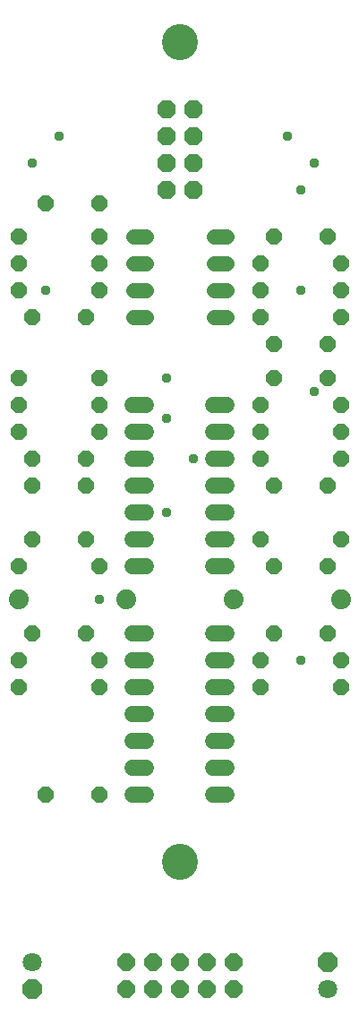
<source format=gts>
G04 EAGLE Gerber RS-274X export*
G75*
%MOMM*%
%FSLAX34Y34*%
%LPD*%
%INSoldermask Top*%
%IPPOS*%
%AMOC8*
5,1,8,0,0,1.08239X$1,22.5*%
G01*
%ADD10C,3.403600*%
%ADD11C,1.411200*%
%ADD12P,1.649562X8X202.500000*%
%ADD13P,1.649562X8X22.500000*%
%ADD14C,1.524000*%
%ADD15C,1.879600*%
%ADD16P,1.869504X8X292.500000*%
%ADD17P,1.759533X8X202.500000*%
%ADD18P,1.951982X8X112.500000*%
%ADD19C,1.803400*%
%ADD20P,1.951982X8X292.500000*%
%ADD21C,0.959600*%


D10*
X177800Y165100D03*
X177800Y939800D03*
D11*
X209860Y679450D02*
X221940Y679450D01*
X221940Y704850D02*
X209860Y704850D01*
X209860Y730250D02*
X221940Y730250D01*
X221940Y755650D02*
X209860Y755650D01*
X145740Y755650D02*
X133660Y755650D01*
X133660Y730250D02*
X145740Y730250D01*
X145740Y704850D02*
X133660Y704850D01*
X133660Y679450D02*
X145740Y679450D01*
D12*
X101600Y228600D03*
X50800Y228600D03*
D13*
X266700Y381000D03*
X317500Y381000D03*
D12*
X88900Y381000D03*
X38100Y381000D03*
D13*
X254000Y355600D03*
X330200Y355600D03*
X25400Y355600D03*
X101600Y355600D03*
X254000Y730250D03*
X330200Y730250D03*
X254000Y704850D03*
X330200Y704850D03*
X266700Y654050D03*
X317500Y654050D03*
D12*
X330200Y679450D03*
X254000Y679450D03*
D13*
X25400Y704850D03*
X101600Y704850D03*
X50800Y787400D03*
X101600Y787400D03*
D12*
X101600Y730250D03*
X25400Y730250D03*
X101600Y755650D03*
X25400Y755650D03*
D14*
X209296Y444500D02*
X222504Y444500D01*
X222504Y469900D02*
X209296Y469900D01*
X209296Y596900D02*
X222504Y596900D01*
X146304Y596900D02*
X133096Y596900D01*
X209296Y495300D02*
X222504Y495300D01*
X222504Y520700D02*
X209296Y520700D01*
X209296Y571500D02*
X222504Y571500D01*
X222504Y546100D02*
X209296Y546100D01*
X146304Y571500D02*
X133096Y571500D01*
X133096Y546100D02*
X146304Y546100D01*
X146304Y520700D02*
X133096Y520700D01*
X133096Y495300D02*
X146304Y495300D01*
X146304Y469900D02*
X133096Y469900D01*
X133096Y444500D02*
X146304Y444500D01*
D13*
X254000Y469900D03*
X330200Y469900D03*
X266700Y444500D03*
X317500Y444500D03*
D12*
X330200Y546100D03*
X254000Y546100D03*
D13*
X254000Y571500D03*
X330200Y571500D03*
X266700Y622300D03*
X317500Y622300D03*
X254000Y596900D03*
X330200Y596900D03*
D12*
X330200Y330200D03*
X254000Y330200D03*
D15*
X330200Y412750D03*
X228600Y412750D03*
D12*
X101600Y571500D03*
X25400Y571500D03*
X88900Y546100D03*
X38100Y546100D03*
D13*
X38100Y469900D03*
X88900Y469900D03*
X25400Y444500D03*
X101600Y444500D03*
D12*
X101600Y596900D03*
X25400Y596900D03*
D13*
X25400Y622300D03*
X101600Y622300D03*
X25400Y330200D03*
X101600Y330200D03*
D15*
X25400Y412750D03*
X127000Y412750D03*
D13*
X266700Y755650D03*
X317500Y755650D03*
D12*
X88900Y520700D03*
X38100Y520700D03*
X88900Y679450D03*
X38100Y679450D03*
D13*
X266700Y520700D03*
X317500Y520700D03*
D16*
X165100Y876300D03*
X190500Y876300D03*
X165100Y850900D03*
X190500Y850900D03*
X165100Y825500D03*
X190500Y825500D03*
X165100Y800100D03*
X190500Y800100D03*
D14*
X209296Y228600D02*
X222504Y228600D01*
X222504Y254000D02*
X209296Y254000D01*
X209296Y279400D02*
X222504Y279400D01*
X222504Y304800D02*
X209296Y304800D01*
X209296Y330200D02*
X222504Y330200D01*
X222504Y355600D02*
X209296Y355600D01*
X209296Y381000D02*
X222504Y381000D01*
X146304Y381000D02*
X133096Y381000D01*
X133096Y355600D02*
X146304Y355600D01*
X146304Y330200D02*
X133096Y330200D01*
X133096Y304800D02*
X146304Y304800D01*
X146304Y279400D02*
X133096Y279400D01*
X133096Y254000D02*
X146304Y254000D01*
X146304Y228600D02*
X133096Y228600D01*
D17*
X228600Y69850D03*
X228600Y44450D03*
X203200Y69850D03*
X203200Y44450D03*
X177800Y69850D03*
X177800Y44450D03*
X152400Y69850D03*
X152400Y44450D03*
X127000Y69850D03*
X127000Y44450D03*
D18*
X317500Y69850D03*
D19*
X317500Y44450D03*
D20*
X38100Y44450D03*
D19*
X38100Y69850D03*
D21*
X190500Y546100D03*
X165100Y622300D03*
X165100Y584200D03*
X165100Y495300D03*
X304800Y825500D03*
X292100Y355600D03*
X63500Y850900D03*
X101600Y412750D03*
X292100Y800100D03*
X292100Y704850D03*
X38100Y825500D03*
X50800Y704850D03*
X304800Y609600D03*
X279400Y850900D03*
M02*

</source>
